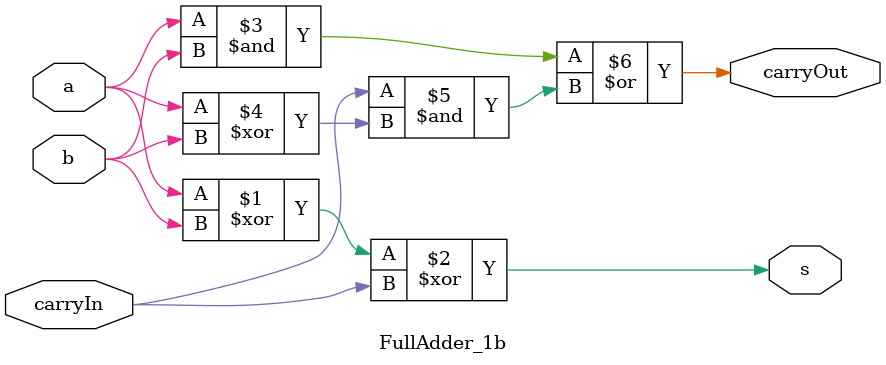
<source format=v>
`timescale 1ns / 1ps


module FullAdder_1b(s, carryOut, carryIn, a, b);

    output s, carryOut;
    input carryIn, a, b;
    
    assign s = a ^ b ^ carryIn;
    assign carryOut = a & b | carryIn & (a ^ b);

endmodule

</source>
